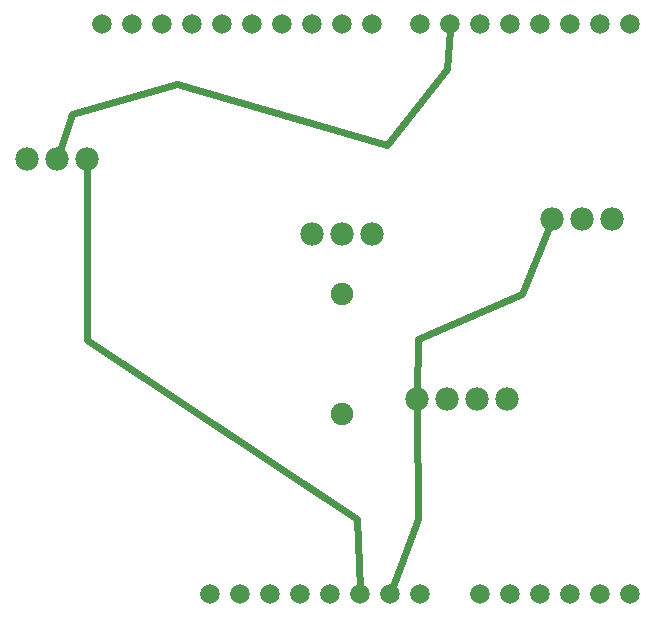
<source format=gbl>
G04 MADE WITH FRITZING*
G04 WWW.FRITZING.ORG*
G04 DOUBLE SIDED*
G04 HOLES PLATED*
G04 CONTOUR ON CENTER OF CONTOUR VECTOR*
%ASAXBY*%
%FSLAX23Y23*%
%MOIN*%
%OFA0B0*%
%SFA1.0B1.0*%
%ADD10C,0.065278*%
%ADD11C,0.078000*%
%ADD12C,0.075000*%
%ADD13C,0.024000*%
%LNCOPPER0*%
G90*
G70*
G54D10*
X2096Y96D03*
X2196Y96D03*
X2296Y96D03*
X2396Y96D03*
X2496Y96D03*
X1636Y1996D03*
X1536Y1996D03*
X1436Y1996D03*
X1336Y1996D03*
X1236Y1996D03*
X1136Y1996D03*
X1036Y1996D03*
X936Y1996D03*
X836Y1996D03*
X736Y1996D03*
X2496Y1996D03*
X2396Y1996D03*
X2296Y1996D03*
X2196Y1996D03*
X2096Y1996D03*
X1996Y1996D03*
X1896Y1996D03*
X1796Y1996D03*
X1196Y96D03*
X1096Y96D03*
X1296Y96D03*
X1396Y96D03*
X1496Y96D03*
X1596Y96D03*
X1696Y96D03*
X1796Y96D03*
X1996Y96D03*
G54D11*
X2436Y1346D03*
X2336Y1346D03*
X2236Y1346D03*
X686Y1546D03*
X586Y1546D03*
X486Y1546D03*
X2086Y746D03*
X1986Y746D03*
X1886Y746D03*
X1786Y746D03*
X1636Y1296D03*
X1536Y1296D03*
X1436Y1296D03*
G54D12*
X1536Y1096D03*
X1536Y696D03*
G54D13*
X1788Y346D02*
X1786Y727D01*
D02*
X1703Y114D02*
X1788Y346D01*
D02*
X1586Y346D02*
X686Y945D01*
D02*
X686Y945D02*
X686Y1527D01*
D02*
X1595Y116D02*
X1586Y346D01*
D02*
X2136Y1096D02*
X2229Y1328D01*
D02*
X1788Y946D02*
X2136Y1096D01*
D02*
X1786Y765D02*
X1788Y946D01*
D02*
X984Y1798D02*
X636Y1696D01*
D02*
X1686Y1594D02*
X984Y1798D01*
D02*
X1884Y1846D02*
X1686Y1594D01*
D02*
X636Y1696D02*
X592Y1564D01*
D02*
X1894Y1976D02*
X1884Y1846D01*
G04 End of Copper0*
M02*
</source>
